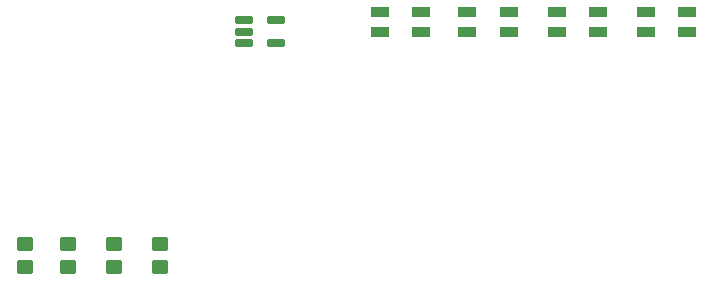
<source format=gbr>
%TF.GenerationSoftware,KiCad,Pcbnew,9.0.2*%
%TF.CreationDate,2025-06-27T12:13:13-04:00*%
%TF.ProjectId,hackpad,6861636b-7061-4642-9e6b-696361645f70,rev?*%
%TF.SameCoordinates,Original*%
%TF.FileFunction,Paste,Top*%
%TF.FilePolarity,Positive*%
%FSLAX46Y46*%
G04 Gerber Fmt 4.6, Leading zero omitted, Abs format (unit mm)*
G04 Created by KiCad (PCBNEW 9.0.2) date 2025-06-27 12:13:13*
%MOMM*%
%LPD*%
G01*
G04 APERTURE LIST*
G04 Aperture macros list*
%AMRoundRect*
0 Rectangle with rounded corners*
0 $1 Rounding radius*
0 $2 $3 $4 $5 $6 $7 $8 $9 X,Y pos of 4 corners*
0 Add a 4 corners polygon primitive as box body*
4,1,4,$2,$3,$4,$5,$6,$7,$8,$9,$2,$3,0*
0 Add four circle primitives for the rounded corners*
1,1,$1+$1,$2,$3*
1,1,$1+$1,$4,$5*
1,1,$1+$1,$6,$7*
1,1,$1+$1,$8,$9*
0 Add four rect primitives between the rounded corners*
20,1,$1+$1,$2,$3,$4,$5,0*
20,1,$1+$1,$4,$5,$6,$7,0*
20,1,$1+$1,$6,$7,$8,$9,0*
20,1,$1+$1,$8,$9,$2,$3,0*%
G04 Aperture macros list end*
%ADD10RoundRect,0.250000X-0.450000X0.350000X-0.450000X-0.350000X0.450000X-0.350000X0.450000X0.350000X0*%
%ADD11R,1.600000X0.850000*%
%ADD12RoundRect,0.162500X-0.617500X-0.162500X0.617500X-0.162500X0.617500X0.162500X-0.617500X0.162500X0*%
G04 APERTURE END LIST*
D10*
%TO.C,R3*%
X89950000Y-69450000D03*
X89950000Y-71450000D03*
%TD*%
%TO.C,R4*%
X86350000Y-71450000D03*
X86350000Y-69450000D03*
%TD*%
%TO.C,R1*%
X97725000Y-69450000D03*
X97725000Y-71450000D03*
%TD*%
D11*
%TO.C,D2*%
X119875000Y-49825000D03*
X119875000Y-51575000D03*
X116375000Y-51575000D03*
X116375000Y-49825000D03*
%TD*%
%TO.C,D1*%
X127265000Y-49825000D03*
X127265000Y-51575000D03*
X123765000Y-51575000D03*
X123765000Y-49825000D03*
%TD*%
%TO.C,D3*%
X134835000Y-49825000D03*
X134835000Y-51575000D03*
X131335000Y-51575000D03*
X131335000Y-49825000D03*
%TD*%
%TO.C,D4*%
X138905000Y-49825000D03*
X138905000Y-51575000D03*
X142405000Y-51575000D03*
X142405000Y-49825000D03*
%TD*%
D10*
%TO.C,R2*%
X93875000Y-71450000D03*
X93875000Y-69450000D03*
%TD*%
D12*
%TO.C,U2*%
X104900000Y-50550000D03*
X104900000Y-51500000D03*
X104900000Y-52450000D03*
X107600000Y-52450000D03*
X107600000Y-50550000D03*
%TD*%
M02*

</source>
